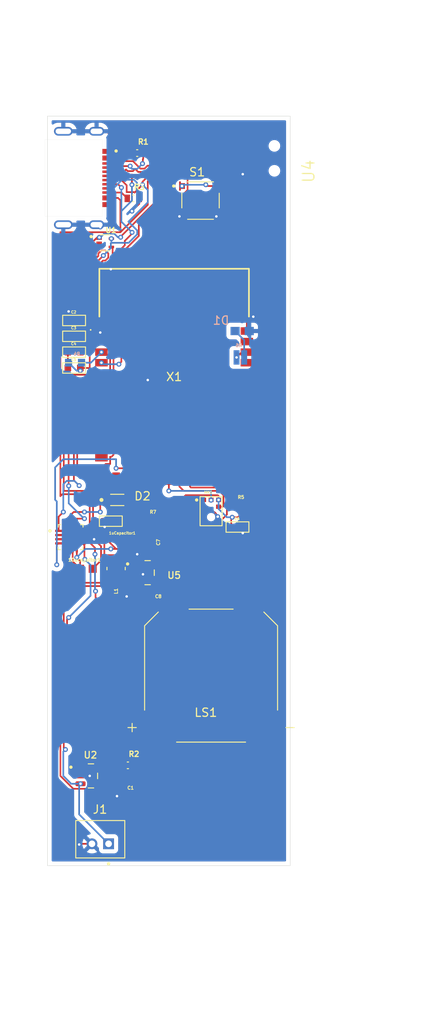
<source format=kicad_pcb>
(kicad_pcb (version 20241229) (generator "pcbnew") (generator_version "9.0")
  (layers (0 "F.Cu" signal) (2 "B.Cu" signal) (13 "F.Paste" user) (15 "B.Paste" user) (5 "F.SilkS" user "F.Silkscreen") (7 "B.SilkS" user "B.Silkscreen") (1 "F.Mask" user) (3 "B.Mask" user) (25 "Edge.Cuts" user))
  (net 0 "")
  (net 1 "GND")
  (net 2 "+3V3")
  (net 3 "+5V")
  (net 4 "VBAT")
  (net 5 "Net-(D1-Pad2)")
  (net 6 "Net-(D2-PadA)")
  (net 7 "Net-(J2-CC1)")
  (net 9 "Net-(J2-CC2)")
  (net 11 "Net-(U5-SW)")
  (net 12 "SPK_P")
  (net 13 "SPK_N")
  (net 14 "I2S_MIC_SCK")
  (net 15 "I2S_MIC_WS")
  (net 16 "I2S_MIC_SD")
  (net 17 "Net-(U2-PROG)")
  (net 18 "Net-(X1-EN)")
  (net 19 "Net-(X1-IO0)")
  (net 20 "LED_RED_CTRL")
  (net 21 "LED_BLUE_CTRL")
  (net 22 "SWITCH_BUTTON")
  (net 25 "AMP_SHUTDOWN")
  (net 26 "I2S_AMP_BCLK")
  (net 27 "I2S_AMP_DIN")
  (net 28 "I2S_AMP_LRC")
  (net 29 "SWITCH_STATE")
  (net 52 "USB_N")
  (net 53 "USB_P")
  (footprint "mods:SOTFL50P160X60-5N" (layer "F.Cu") (at 38.065 50.165)
    (property "Reference" "U1")
    (property "Value" "ESD protection")
  )
  (footprint "mods:CAPC1608X95N" (layer "F.Cu") (at 42.545 92.71 180)
    (property "Reference" "C8")
    (property "Value" "10µF")
  )
  (footprint "mods:RESC1608X55N" (layer "F.Cu") (at 54.61 81.819)
    (property "Reference" "R5")
    (property "Value" "10k")
  )
  (footprint "mods:WCAP-CSGP_0603_R" (layer "F.Cu") (at 34.315 59.51)
    (property "Reference" "C2")
    (property "Value" "1uF")
  )
  (footprint "mods:RES_ERA3ARB512V" (layer "F.Cu") (at 41.44 44.82)
    (property "Reference" "R3")
    (property "Value" "5.1k")
  )
  (footprint "mods:INDC2520X120N" (layer "F.Cu") (at 39.37 89.355 90)
    (property "Reference" "L1")
    (property "Value" "2.2µH")
  )
  (footprint "mods:RESC0816X55N" (layer "F.Cu") (at 41.91 83.185)
    (property "Reference" "R7")
    (property "Value" "220 ohms")
  )
  (footprint "mods:LEDC1608X65N" (layer "F.Cu") (at 39.51 81.1)
    (property "Reference" "D2")
    (property "Value" "LED Blue Light")
  )
  (footprint "mods:WCAP-CSGP_0603_R" (layer "F.Cu") (at 53.975 84.359)
    (property "Reference" "C6")
    (property "Value" "1UF")
  )
  (footprint "mods:PCM12SMTR" (layer "F.Cu") (at 58.42 40.005 90)
    (property "Reference" "U4")
    (property "Value" "Manual Switch")
  )
  (footprint "mods:CAPC1608X100N" (layer "F.Cu") (at 42.545 86.509 -90)
    (property "Reference" "C7")
    (property "Value" "22µF")
  )
  (footprint "mods:JST_B2B-PH-K-S_LF__SN_" (layer "F.Cu") (at 37.465 121.92)
    (property "Reference" "J1")
    (property "Value" "Battery Connector")
  )
  (footprint "mods:WCAP-CSGP_0603_R" (layer "F.Cu") (at 34.315 63.32)
    (property "Reference" "C4")
    (property "Value" "1uF")
  )
  (footprint "mods:SW_TL3315NF160Q" (layer "F.Cu") (at 49.53 45.085)
    (property "Reference" "S1")
    (property "Value" "Switch Button")
  )
  (footprint "mods:TE_2340901-1" (layer "F.Cu") (at 33.02 42.36825 -90)
    (property "Reference" "J2" (hide yes))
    (property "Value" "USB C Port" (hide yes))
    (fp_line (start -4.62 2.2) (end -4.62 -4.7) (stroke (width 0.01)) (layer "Edge.Cuts"))
    (fp_line (start 4.62 2.2) (end -4.62 2.2) (stroke (width 0.01)) (layer "Edge.Cuts"))
    (fp_line (start -4.62 -4.7) (end 4.62 -4.7) (stroke (width 0.01)) (layer "Edge.Cuts"))
    (fp_line (start 4.62 -4.7) (end 4.62 2.2) (stroke (width 0.01)) (layer "Edge.Cuts"))
  )
  (footprint "mods:WCAP-CSGP_0603_R" (layer "F.Cu") (at 38.735 83.655)
    (property "Reference" "1uCapacitor1")
    (property "Value" "1uF")
  )
  (footprint "mods:WCAP-CSGP_0603_R" (layer "F.Cu") (at 34.315 61.415)
    (property "Reference" "C3")
    (property "Value" "1uF")
  )
  (footprint "mods:MIC_ICS-43434" (layer "F.Cu") (at 50.8 82.454)
    (property "Reference" "MK1")
    (property "Value" "Microphone")
  )
  (footprint "mods:QFN50P300X300X80-17N" (layer "F.Cu") (at 33.891135 85.573865)
    (property "Reference" "U3" (hide yes))
    (property "Value" "Amplifier")
  )
  (footprint "mods:SPKR_KDMG151508-05" (layer "F.Cu") (at 50.8 102.235)
    (property "Reference" "LS1")
    (property "Value" "Speaker")
  )
  (footprint "mods:WCAP-CSGP_0603_R" (layer "F.Cu") (at 34.315 65.225)
    (property "Reference" "C5")
    (property "Value" "1uF")
  )
  (footprint "mods:CAPC1608X95N" (layer "F.Cu") (at 35.796135 89.383865)
    (property "Reference" "10ucapaitor1")
    (property "Value" "10uF")
  )
  (footprint "mods:RES_ERA3ARB512V" (layer "F.Cu") (at 41.91 39.37)
    (property "Reference" "R1")
    (property "Value" "5.1k")
  )
  (footprint "mods:RES_ERA3ARB512V" (layer "F.Cu") (at 40.789 113.03)
    (property "Reference" "R2")
    (property "Value" "5.1k")
  )
  (footprint "mods:SOT95P280X145-5N" (layer "F.Cu") (at 43.165 89.85)
    (property "Reference" "U5")
    (property "Value" "Buck Converter")
  )
  (footprint "mods:SOT95P280X145-5N" (layer "F.Cu") (at 36.344 114.3)
    (property "Reference" "U2")
    (property "Value" "charge management controller")
  )
  (footprint "mods:CAPC1608X100N" (layer "F.Cu") (at 41.424 116.84)
    (property "Reference" "C1")
    (property "Value" "4.7uF")
  )
  (footprint "mods:ESP32S3WROOM1N8R2" (layer "F.Cu") (at 46.355 66.04)
    (property "Reference" "X1")
    (property "Value" "Microcontroller")
    (property "VALUE" "ESP32-S3-WROOM-1-N16R8" (hide yes))
  )
  (footprint "mods:0603" (layer "B.Cu") (at 54.538938 60.78 180)
    (property "Reference" "D1")
    (property "Value" "LED Red Light")
  )
  (footprint "mods:RESC1608X55N" (layer "B.Cu") (at 34.43 64.59 180)
    (property "Reference" "R4")
    (property "Value" "10k")
  )
  (footprint "mods:RESC0816X55N" (layer "B.Cu") (at 54.323938 63.955 180)
    (property "Reference" "R6")
    (property "Value" "220 Ohms")
  )
  (gr_rect (start 31.115 34.925) (end 60.325 125.095) (stroke (width 0.05)) (fill no) (layer "Edge.Cuts"))
  (segment (start 37.605 60.78) (end 37.605 60.82) (width 0.2) (layer "F.Cu") (net 1))
  (segment (start 33.641135 84.138865) (end 33.641135 85.323865) (width 0.2) (layer "F.Cu") (net 1))
  (segment (start 41.185 39.37) (end 40.41 39.37) (width 0.2) (layer "F.Cu") (net 1))
  (segment (start 38.956 37.499308) (end 38.956 39.16825) (width 0.2) (layer "F.Cu") (net 1))
  (segment (start 34.141135 85.323865) (end 33.891135 85.573865) (width 0.2) (layer "F.Cu") (net 1))
  (segment (start 35.089 114.3) (end 36.195 114.3) (width 0.2) (layer "F.Cu") (net 1))
  (segment (start 37.985 84.34) (end 37.993235 84.348235) (width 0.2) (layer "F.Cu") (net 1))
  (segment (start 43.455 67.1) (end 43.455 66.95) (width 0.2) (layer "F.Cu") (net 1))
  (segment (start 56.67 42.255) (end 54.955 42.255) (width 0.2) (layer "F.Cu") (net 1))
  (segment (start 38.37175 47.98825) (end 38.956 47.404) (width 0.2) (layer "F.Cu") (net 1))
  (segment (start 50.7845 83.837) (end 50.620058 83.837) (width 0.2) (layer "F.Cu") (net 1))
  (segment (start 51.59 46.835) (end 51.435 46.99) (width 0.2) (layer "F.Cu") (net 1))
  (segment (start 38.75 81.1) (end 38.75 82.89) (width 0.2) (layer "F.Cu") (net 1))
  (segment (start 37.985 83.655) (end 37.985 84.34) (width 0.2) (layer "F.Cu") (net 1))
  (segment (start 51.598228 83.395196) (end 51.598228 83.113769) (width 0.2) (layer "F.Cu") (net 1))
  (segment (start 51.76 46.835) (end 51.59 46.835) (width 0.2) (layer "F.Cu") (net 1))
  (segment (start 36.215335 85.323865) (end 36.723235 85.831765) (width 0.2) (layer "F.Cu") (net 1))
  (segment (start 33.565 58.51) (end 33.655 58.42) (width 0.2) (layer "F.Cu") (net 1))
  (segment (start 33.565 59.51) (end 33.565 58.51) (width 0.2) (layer "F.Cu") (net 1))
  (segment (start 39.58353 116.84) (end 39.476765 116.733235) (width 0.2) (layer "F.Cu") (net 1))
  (segment (start 32.456135 85.323865) (end 33.641135 85.323865) (width 0.2) (layer "F.Cu") (net 1))
  (segment (start 35.326135 85.323865) (end 34.141135 85.323865) (width 0.2) (layer "F.Cu") (net 1))
  (segment (start 40.064 113.03) (end 40.064 116.146) (width 0.2) (layer "F.Cu") (net 1))
  (segment (start 35.01 122.47) (end 34.925 122.555) (width 0.2) (layer "F.Cu") (net 1))
  (segment (start 46.255 68.5) (end 43.455 68.5) (width 0.2) (layer "F.Cu") (net 1))
  (segment (start 41.91 89.85) (end 42.407377 89.85) (width 0.2) (layer "F.Cu") (net 1))
  (segment (start 43.455 66.95) (end 43.18 66.675) (width 0.2) (layer "F.Cu") (net 1))
  (segment (start 42.407377 89.85) (end 42.604086 90.046709) (width 0.2) (layer "F.Cu") (net 1))
  (segment (start 43.455 69.9) (end 46.255 69.9) (width 0.2) (layer "F.Cu") (net 1))
  (segment (start 55.105 59.83) (end 55.88 59.055) (width 0.2) (layer "F.Cu") (net 1))
  (segment (start 54.725 84.359) (end 54.725 84.975) (width 0.2) (layer "F.Cu") (net 1))
  (segment (start 32.456135 85.823865) (end 33.641135 85.823865) (width 0.2) (layer "F.Cu") (net 1))
  (segment (start 33.641135 85.323865) (end 33.891135 85.573865) (width 0.2) (layer "F.Cu") (net 1))
  (segment (start 42.247 87.293) (end 41.91 87.63) (width 0.2) (layer "F.Cu") (net 1))
  (segment (start 41.79 92.71) (end 40.64 92.71) (width 0.2) (layer "F.Cu") (net 1))
  (segment (start 37.655 47.98825) (end 38.37175 47.98825) (width 0.2) (layer "F.Cu") (net 1))
  (segment (start 36.551135 89.383865) (end 37.558 88.377) (width 0.2) (layer "F.Cu") (net 1))
  (segment (start 40.41 39.37) (end 40.20825 39.16825) (width 0.2) (layer "F.Cu") (net 1))
  (segment (start 38.956 47.404) (end 38.956 45.56825) (width 0.2) (layer "F.Cu") (net 1))
  (segment (start 35.326135 85.323865) (end 36.215335 85.323865) (width 0.2) (layer "F.Cu") (net 1))
  (segment (start 38.95 50.815) (end 38.95 53.125) (width 0.2) (layer "F.Cu") (net 1))
  (segment (start 37.605 60.82) (end 37.465 60.96) (width 0.2) (layer "F.Cu") (net 1))
  (segment (start 44.855 69.9) (end 44.855 67.1) (width 0.2) (layer "F.Cu") (net 1))
  (segment (start 51.156424 83.837) (end 51.598228 83.395196) (width 0.2) (layer "F.Cu") (net 1))
  (segment (start 37.558 86.66653) (end 36.723235 85.831765) (width 0.2) (layer "F.Cu") (net 1))
  (segment (start 40.005 116.84) (end 39.58353 116.84) (width 0.2) (layer "F.Cu") (net 1))
  (segment (start 43.455 67.1) (end 46.255 67.1) (width 0.2) (layer "F.Cu") (net 1))
  (segment (start 42.165 45.465) (end 41.275 46.355) (width 0.2) (layer "F.Cu") (net 1))
  (segment (start 37.558 88.377) (end 37.558 86.66653) (width 0.2) (layer "F.Cu") (net 1))
  (segment (start 40.20825 39.16825) (end 38.956 39.16825) (width 0.2) (layer "F.Cu") (net 1))
  (segment (start 41.185 38.953308) (end 41.185 39.37) (width 0.2) (layer "F.Cu") (net 1))
  (segment (start 42.165 44.82) (end 42.28 44.82) (width 0.2) (layer "F.Cu") (net 1))
  (segment (start 38.75 82.89) (end 37.985 83.655) (width 0.2) (layer "F.Cu") (net 1))
  (segment (start 47.3 46.835) (end 47.145 46.835) (width 0.2) (layer "F.Cu") (net 1))
  (segment (start 47.145 46.835) (end 46.99 46.99) (width 0.2) (layer "F.Cu") (net 1))
  (segment (start 33.565 65.225) (end 33.565 59.51) (width 0.2) (layer "F.Cu") (net 1))
  (segment (start 36.465 122.47) (end 35.01 122.47) (width 0.2) (layer "F.Cu") (net 1))
  (segment (start 42.545 87.293) (end 42.247 87.293) (width 0.2) (layer "F.Cu") (net 1))
  (segment (start 50.620058 83.837) (end 49.9 83.116942) (width 0.2) (layer "F.Cu") (net 1))
  (segment (start 38.95 53.125) (end 38.735 53.34) (width 0.2) (layer "F.Cu") (net 1))
  (segment (start 42.165 44.82) (end 42.165 45.465) (width 0.2) (layer "F.Cu") (net 1))
  (segment (start 49.9 83.116942) (end 49.9 81.915) (width 0.2) (layer "F.Cu") (net 1))
  (segment (start 37.655 36.74825) (end 38.204942 36.74825) (width 0.2) (layer "F.Cu") (net 1))
  (segment (start 38.204942 36.74825) (end 38.956 37.499308) (width 0.2) (layer "F.Cu") (net 1))
  (segment (start 37.655 47.98825) (end 37.655 48.07) (width 0.2) (layer "F.Cu") (net 1))
  (segment (start 54.725 84.975) (end 54.61 85.09) (width 0.2) (layer "F.Cu") (net 1))
  (segment (start 38.8 50.665) (end 38.95 50.815) (width 0.2) (layer "F.Cu") (net 1))
  (segment (start 37.655 48.07) (end 37.465 48.26) (width 0.2) (layer "F.Cu") (net 1))
  (segment (start 40.64 116.84) (end 40.005 116.84) (width 0.2) (layer "F.Cu") (net 1))
  (segment (start 50.7845 83.837) (end 51.156424 83.837) (width 0.2) (layer "F.Cu") (net 1))
  (segment (start 33.641135 85.823865) (end 33.891135 85.573865) (width 0.2) (layer "F.Cu") (net 1))
  (segment (start 54.955 42.255) (end 54.61 41.91) (width 0.2) (layer "F.Cu") (net 1))
  (segment (start 40.064 116.146) (end 39.476765 116.733235) (width 0.2) (layer "F.Cu") (net 1))
  (segment (start 55.105 60.78) (end 55.105 59.83) (width 0.2) (layer "F.Cu") (net 1))
  (via (at 46.99 46.99) (size 0.6) (drill 0.3) (layers "F.Cu" "B.Cu") (net 1))
  (via (at 51.435 46.99) (size 0.6) (drill 0.3) (layers "F.Cu" "B.Cu") (net 1))
  (via (at 36.195 114.3) (size 0.6) (drill 0.3) (layers "F.Cu" "B.Cu") (net 1))
  (via (at 55.88 59.055) (size 0.6) (drill 0.3) (layers "F.Cu" "B.Cu") (net 1))
  (via (at 34.925 122.555) (size 0.6) (drill 0.3) (layers "F.Cu" "B.Cu") (net 1))
  (via (at 41.91 87.63) (size 0.6) (drill 0.3) (layers "F.Cu" "B.Cu") (net 1))
  (via (at 36.723235 85.831765) (size 0.6) (drill 0.3) (layers "F.Cu" "B.Cu") (net 1))
  (via (at 51.598228 83.113769) (size 0.6) (drill 0.3) (layers "F.Cu" "B.Cu") (net 1))
  (via (at 54.61 85.09) (size 0.6) (drill 0.3) (layers "F.Cu" "B.Cu") (net 1))
  (via (at 54.61 41.91) (size 0.6) (drill 0.3) (layers "F.Cu" "B.Cu") (net 1))
  (via (at 37.465 48.26) (size 0.6) (drill 0.3) (layers "F.Cu" "B.Cu") (net 1))
  (via (at 40.64 92.71) (size 0.6) (drill 0.3) (layers "F.Cu" "B.Cu") (net 1))
  (via (at 37.993235 84.348235) (size 0.6) (drill 0.3) (layers "F.Cu" "B.Cu") (net 1))
  (via (at 38.735 53.34) (size 0.6) (drill 0.3) (layers "F.Cu" "B.Cu") (net 1))
  (via (at 33.655 58.42) (size 0.6) (drill 0.3) (layers "F.Cu" "B.Cu") (net 1))
  (via (at 37.465 60.96) (size 0.6) (drill 0.3) (layers "F.Cu" "B.Cu") (net 1))
  (via (at 42.604086 90.046709) (size 0.6) (drill 0.3) (layers "F.Cu" "B.Cu") (net 1))
  (via (at 41.275 46.355) (size 0.6) (drill 0.3) (layers "F.Cu" "B.Cu") (net 1))
  (via (at 43.18 66.675) (size 0.6) (drill 0.3) (layers "F.Cu" "B.Cu") (net 1))
  (via (at 39.476765 116.733235) (size 0.6) (drill 0.3) (layers "F.Cu" "B.Cu") (net 1))
  (segment (start 34.925 51.435) (end 34.925 52.07) (width 0.2) (layer "B.Cu") (net 1))
  (segment (start 41.523943 42.579) (end 40.094307 42.579) (width 0.2) (layer "B.Cu") (net 1))
  (segment (start 35.56 53.34) (end 34.925 52.705) (width 0.2) (layer "B.Cu") (net 1))
  (segment (start 38.956 43.717307) (end 38.956 47.237192) (width 0.2) (layer "B.Cu") (net 1))
  (segment (start 33.655 36.74825) (end 37.655 36.74825) (width 0.2) (layer "B.Cu") (net 1))
  (segment (start 41.876 45.754) (end 41.876 42.931057) (width 0.2) (layer "B.Cu") (net 1))
  (segment (start 38.204942 47.98825) (end 37.655 47.98825) (width 0.2) (layer "B.Cu") (net 1))
  (segment (start 38.956 47.237192) (end 38.204942 47.98825) (width 0.2) (layer "B.Cu") (net 1))
  (segment (start 34.925 52.705) (end 34.925 51.435) (width 0.2) (layer "B.Cu") (net 1))
  (segment (start 41.876 42.931057) (end 41.523943 42.579) (width 0.2) (layer "B.Cu") (net 1))
  (segment (start 38.735 53.34) (end 35.56 53.34) (width 0.2) (layer "B.Cu") (net 1))
  (segment (start 37.465 60.96) (end 38.1 60.96) (width 0.2) (layer "B.Cu") (net 1))
  (segment (start 40.094307 42.579) (end 38.956 43.717307) (width 0.2) (layer "B.Cu") (net 1))
  (segment (start 46.99 46.99) (end 47.625 46.99) (width 0.2) (layer "B.Cu") (net 1))
  (segment (start 41.275 46.355) (end 41.876 45.754) (width 0.2) (layer "B.Cu") (net 1))
  (segment (start 36.723235 85.831765) (end 36.83 85.725) (width 0.2) (layer "B.Cu") (net 1))
  (segment (start 37.655 47.98825) (end 38.451939 47.98825) (width 0.2) (layer "B.Cu") (net 1))
  (segment (start 55.39 81.819) (end 54.024 83.185) (width 0.2) (layer "F.Cu") (net 2))
  (segment (start 34.641135 87.008865) (end 34.641135 88.019237) (width 0.2) (layer "F.Cu") (net 2))
  (segment (start 58.156 37.094) (end 57.785 37.465) (width 0.2) (layer "F.Cu") (net 2))
  (segment (start 34.141135 87.008865) (end 34.141135 88.483865) (width 0.2) (layer "F.Cu") (net 2))
  (segment (start 34.141135 88.483865) (end 35.041135 89.383865) (width 0.2) (layer "F.Cu") (net 2))
  (segment (start 58.512785 37.465) (end 59.221 38.173215) (width 0.2) (layer "F.Cu") (net 2))
  (segment (start 56.754 35.554) (end 58.156 35.554) (width 0.2) (layer "F.Cu") (net 2))
  (segment (start 54.024 83.185) (end 53.34 83.185) (width 0.2) (layer "F.Cu") (net 2))
  (segment (start 34.641135 88.019237) (end 35.041135 88.419237) (width 0.2) (layer "F.Cu") (net 2))
  (segment (start 39.914974 49.434778) (end 46.629 42.720752) (width 0.2) (layer "F.Cu") (net 2))
  (segment (start 37.314248 49.296) (end 37.546248 49.296) (width 0.2) (layer "F.Cu") (net 2))
  (segment (start 36.015 65.225) (end 36.195 65.405) (width 0.2) (layer "F.Cu") (net 2))
  (segment (start 36.195 62.865) (end 36.195 62.51) (width 0.2) (layer "F.Cu") (net 2))
  (segment (start 36.015 59.51) (end 36.195 59.69) (width 0.2) (layer "F.Cu") (net 2))
  (segment (start 36.655 62.05) (end 37.605 62.05) (width 0.2) (layer "F.Cu") (net 2))
  (segment (start 36.596 81.1139) (end 36.596 84.221) (width 0.2) (layer "F.Cu") (net 2))
  (segment (start 35.065 59.51) (end 36.015 59.51) (width 0.2) (layer "F.Cu") (net 2))
  (segment (start 36.195 65.405) (end 36.195 63.5) (width 0.2) (layer "F.Cu") (net 2))
  (segment (start 36.015 63.32) (end 36.195 63.5) (width 0.2) (layer "F.Cu") (net 2))
  (segment (start 46.629 42.720752) (end 46.629 40.933) (width 0.2) (layer "F.Cu") (net 2))
  (segment (start 36.195 61.595) (end 36.195 62.865) (width 0.2) (layer "F.Cu") (net 2))
  (segment (start 36.015 61.415) (end 36.195 61.595) (width 0.2) (layer "F.Cu") (net 2))
  (segment (start 36.195 50.415248) (end 37.314248 49.296) (width 0.2) (layer "F.Cu") (net 2))
  (segment (start 38.985 84.205) (end 37.7825 85.4075) (width 0.2) (layer "F.Cu") (net 2))
  (segment (start 36.195 59.69) (end 36.195 61.595) (width 0.2) (layer "F.Cu") (net 2))
  (segment (start 37.546248 49.296) (end 37.622624 49.372376) (width 0.2) (layer "F.Cu") (net 2))
  (segment (start 58.156 35.554) (end 58.156 37.094) (width 0.2) (layer "F.Cu") (net 2))
  (segment (start 51.7 81.093) (end 51.7 80.632) (width 0.2) (layer "F.Cu") (net 2))
  (segment (start 44.42 88.9) (end 44.42 87.6) (width 0.2) (layer "F.Cu") (net 2))
  (segment (start 36.195 65.405) (end 36.195 66.04) (width 0.2) (layer "F.Cu") (net 2))
  (segment (start 46.629 40.933) (end 50.458 37.104) (width 0.2) (layer "F.Cu") (net 2))
  (segment (start 41.91 85.725) (end 42.545 85.725) (width 0.2) (layer "F.Cu") (net 2))
  (segment (start 36.195 52.07) (end 36.195 50.415248) (width 0.2) (layer "F.Cu") (net 2))
  (segment (start 36.195 63.5) (end 36.195 62.865) (width 0.2) (layer "F.Cu") (net 2))
  (segment (start 39.914974 49.494378) (end 39.914974 49.434778) (width 0.2) (layer "F.Cu") (net 2))
  (segment (start 36.195 62.51) (end 36.655 62.05) (width 0.2) (layer "F.Cu") (net 2))
  (segment (start 36.945248 49.665) (end 36.195 50.415248) (width 0.2) (layer "F.Cu") (net 2))
  (segment (start 35.065 65.225) (end 36.015 65.225) (width 0.2) (layer "F.Cu") (net 2))
  (segment (start 51.599 80.531) (end 47.739 80.531) (width 0.2) (layer "F.Cu") (net 2))
  (segment (start 36.195 66.04) (end 33.0695 66.04) (width 0.2) (layer "F.Cu") (net 2))
  (segment (start 36.195 52.07) (end 36.195 59.69) (width 0.2) (layer "F.Cu") (net 2))
  (segment (start 59.221 38.836785) (end 58.687785 39.37) (width 0.2) (layer "F.Cu") (net 2))
  (segment (start 39.37 88.265) (end 40.64 86.995) (width 0.2) (layer "F.Cu") (net 2))
  (segment (start 35.065 63.32) (end 36.015 63.32) (width 0.2) (layer "F.Cu") (net 2))
  (segment (start 33.0695 80.01) (end 35.4921 80.01) (width 0.2) (layer "F.Cu") (net 2))
  (segment (start 35.4921 80.01) (end 36.596 81.1139) (width 0.2) (layer "F.Cu") (net 2))
  (segment (start 44.42 87.6) (end 42.545 85.725) (width 0.2) (layer "F.Cu") (net 2))
  (segment (start 56.515 37.104) (end 56.515 35.793) (width 0.2) (layer "F.Cu") (net 2))
  (segment (start 56.785 39.37) (end 56.67 39.255) (width 0.2) (layer "F.Cu") (net 2))
  (segment (start 33.0695 66.04) (end 33.0695 80.01) (width 0.2) (layer "F.Cu") (net 2))
  (segment (start 53.225 83.3) (end 53.34 83.185) (width 0.2) (layer "F.Cu") (net 2))
  (segment (start 40.64 86.995) (end 39.37 86.995) (width 0.2) (layer "F.Cu") (net 2))
  (segment (start 38.985 84.205) (end 38.985 84.155) (width 0.2) (layer "F.Cu") (net 2))
  (segment (start 47.739 80.531) (end 42.545 85.725) (width 0.2) (layer "F.Cu") (net 2))
  (segment (start 39.37 86.995) (end 37.7825 85.4075) (width 0.2) (layer "F.Cu") (net 2))
  (segment (start 38.985 84.155) (end 39.485 83.655) (width 0.2) (layer "F.Cu") (net 2))
  (segment (start 35.065 61.415) (end 36.015 61.415) (width 0.2) (layer "F.Cu") (net 2))
  (segment (start 56.515 35.793) (end 56.754 35.554) (width 0.2) (layer "F.Cu") (net 2))
  (segment (start 53.225 84.359) (end 53.225 83.3) (width 0.2) (layer "F.Cu") (net 2))
  (segment (start 50.458 37.104) (end 56.515 37.104) (width 0.2) (layer "F.Cu") (net 2))
  (segment (start 35.041135 89.383865) (end 35.041135 88.419237) (width 0.2) (layer "F.Cu") (net 2))
  (segment (start 40.64 86.995) (end 41.91 85.725) (width 0.2) (layer "F.Cu") (net 2))
  (segment (start 36.596 84.221) (end 37.7825 85.4075) (width 0.2) (layer "F.Cu") (net 2))
  (segment (start 37.33 49.665) (end 37.622624 49.372376) (width 0.2) (layer "F.Cu") (net 2))
  (segment (start 58.687785 39.37) (end 56.785 39.37) (width 0.2) (layer "F.Cu") (net 2))
  (segment (start 39.37 86.995) (end 38.735 86.995) (width 0.2) (layer "F.Cu") (net 2))
  (segment (start 51.7 80.632) (end 51.599 80.531) (width 0.2) (layer "F.Cu") (net 2))
  (segment (start 57.785 37.465) (end 58.512785 37.465) (width 0.2) (layer "F.Cu") (net 2))
  (segment (start 37.33 49.665) (end 36.945248 49.665) (width 0.2) (layer "F.Cu") (net 2))
  (segment (start 59.221 38.173215) (end 59.221 38.836785) (width 0.2) (layer "F.Cu") (net 2))
  (via (at 39.914974 49.494378) (size 0.6) (drill 0.3) (layers "F.Cu" "B.Cu") (net 2))
  (via (at 34.641135 88.019237) (size 0.6) (drill 0.3) (layers "F.Cu" "B.Cu") (net 2))
  (via (at 37.357287 49.515) (size 0.6) (drill 0.3) (layers "F.Cu" "B.Cu") (net 2))
  (via (at 51.7 81.093) (size 0.6) (drill 0.3) (layers "F.Cu" "B.Cu") (net 2))
  (via (at 35.065 65.555002) (size 0.6) (drill 0.3) (layers "F.Cu" "B.Cu") (net 2))
  (via (at 53.34 83.185) (size 0.6) (drill 0.3) (layers "F.Cu" "B.Cu") (net 2))
  (via (at 38.735 86.995) (size 0.6) (drill 0.3) (layers "F.Cu" "B.Cu") (net 2))
  (segment (start 37.45 49.515) (end 37.357287 49.515) (width 0.2) (layer "B.Cu") (net 2))
  (segment (start 34.615002 65.555002) (end 35.065 65.555002) (width 0.2) (layer "B.Cu") (net 2))
  (segment (start 51.7 82.18) (end 51.7 81.093) (width 0.2) (layer "B.Cu") (net 2))
  (segment (start 35.665372 86.995) (end 34.641135 88.019237) (width 0.2) (layer "B.Cu") (net 2))
  (segment (start 37.931 49.064) (end 37.465 49.53) (width 0.2) (layer "B.Cu") (net 2))
  (segment (start 39.914974 49.494378) (end 39.580901 49.494378) (width 0.2) (layer "B.Cu") (net 2))
  (segment (start 52.705 83.185) (end 51.7 82.18) (width 0.2) (layer "B.Cu") (net 2))
  (segment (start 39.580901 49.494378) (end 39.150523 49.064) (width 0.2) (layer "B.Cu") (net 2))
  (segment (start 33.65 64.59) (end 34.615002 65.555002) (width 0.2) (layer "B.Cu") (net 2))
  (segment (start 38.735 86.995) (end 35.665372 86.995) (width 0.2) (layer "B.Cu") (net 2))
  (segment (start 53.34 83.185) (end 52.705 83.185) (width 0.2) (layer "B.Cu") (net 2))
  (segment (start 39.150523 49.064) (end 37.931 49.064) (width 0.2) (layer "B.Cu") (net 2))
  (segment (start 37.465 49.53) (end 37.45 49.515) (width 0.2) (layer "B.Cu") (net 2))
  (segment (start 39.887652 45.048902) (end 39.607 44.76825) (width 0.2) (layer "F.Cu") (net 3))
  (segment (start 36.195 84.455) (end 37.959 86.219) (width 0.2) (layer "F.Cu") (net 3))
  (segment (start 39.887652 48.895) (end 32.6685 48.895) (width 0.2) (layer "F.Cu") (net 3))
  (segment (start 41.397057 40.342) (end 40.005 40.342) (width 0.2) (layer "F.Cu") (net 3))
  (segment (start 43.18 42.756) (end 43.604 42.756) (width 0.2) (layer "F.Cu") (net 3))
  (segment (start 43.18 45.602652) (end 43.18 42.756) (width 0.2) (layer "F.Cu") (net 3))
  (segment (start 33.46415 91.06375) (end 32.6685 91.8594) (width 0.2) (layer "F.Cu") (net 3))
  (segment (start 32.6685 80.645) (end 32.9025 80.411) (width 0.2) (layer "F.Cu") (net 3))
  (segment (start 32.9025 80.411) (end 35.326 80.411) (width 0.2) (layer "F.Cu") (net 3))
  (segment (start 37.959 86.219) (end 37.959 91.06375) (width 0.2) (layer "F.Cu") (net 3))
  (segment (start 38.96675 40.005) (end 38.956 39.99425) (width 0.2) (layer "F.Cu") (net 3))
  (segment (start 32.6685 114.3) (end 34.2145 115.846) (width 0.2) (layer "F.Cu") (net 3))
  (segment (start 36.195 81.28) (end 36.195 84.455) (width 0.2) (layer "F.Cu") (net 3))
  (segment (start 40.005 40.005) (end 38.96675 40.005) (width 0.2) (layer "F.Cu") (net 3))
  (segment (start 40.938 118.11) (end 42.208 116.84) (width 0.2) (layer "F.Cu") (net 3))
  (segment (start 34.2145 115.846) (end 37.003 115.846) (width 0.2) (layer "F.Cu") (net 3))
  (segment (start 37.003 115.846) (end 37.599 115.25) (width 0.2) (layer "F.Cu") (net 3))
  (segment (start 35.326 80.411) (end 36.195 81.28) (width 0.2) (layer "F.Cu") (net 3))
  (segment (start 39.607 44.76825) (end 38.956 44.76825) (width 0.2) (layer "F.Cu") (net 3))
  (segment (start 32.6685 48.895) (end 32.6685 80.645) (width 0.2) (layer "F.Cu") (net 3))
  (segment (start 32.6685 91.8594) (end 32.6685 114.3) (width 0.2) (layer "F.Cu") (net 3))
  (segment (start 37.599 115.25) (end 37.599 115.704) (width 0.2) (layer "F.Cu") (net 3))
  (segment (start 37.959 91.06375) (end 33.46415 91.06375) (width 0.2) (layer "F.Cu") (net 3))
  (segment (start 38.956 39.99425) (end 38.956 39.96825) (width 0.2) (layer "F.Cu") (net 3))
  (segment (start 39.887652 48.895) (end 43.18 45.602652) (width 0.2) (layer "F.Cu") (net 3))
  (segment (start 43.146 40.888943) (end 42.793943 41.241) (width 0.2) (layer "F.Cu") (net 3))
  (segment (start 40.005 40.342) (end 40.005 40.005) (width 0.2) (layer "F.Cu") (net 3))
  (segment (start 42.793943 41.241) (end 42.296057 41.241) (width 0.2) (layer "F.Cu") (net 3))
  (segment (start 39.887652 48.895) (end 39.887652 45.048902) (width 0.2) (layer "F.Cu") (net 3))
  (segment (start 37.599 115.704) (end 40.005 118.11) (width 0.2) (layer "F.Cu") (net 3))
  (segment (start 43.604 42.756) (end 44.45 41.91) (width 0.2) (layer "F.Cu") (net 3))
  (segment (start 43.428943 40.888943) (end 43.146 40.888943) (width 0.2) (layer "F.Cu") (net 3))
  (segment (start 42.296057 41.241) (end 41.397057 40.342) (width 0.2) (layer "F.Cu") (net 3))
  (segment (start 44.45 41.91) (end 43.428943 40.888943) (width 0.2) (layer "F.Cu") (net 3))
  (segment (start 40.005 118.11) (end 40.938 118.11) (width 0.2) (layer "F.Cu") (net 3))
  (segment (start 42.52 88.9) (end 44.42 90.8) (width 0.2) (layer "F.Cu") (net 4))
  (segment (start 43.75525 91.46475) (end 33.63025 91.46475) (width 0.2) (layer "F.Cu") (net 4))
  (segment (start 41.91 88.9) (end 42.52 88.9) (width 0.2) (layer "F.Cu") (net 4))
  (segment (start 44.42 91.59) (end 43.3 92.71) (width 0.2) (layer "F.Cu") (net 4))
  (segment (start 44.42 90.8) (end 44.42 91.59) (width 0.2) (layer "F.Cu") (net 4))
  (segment (start 33.63025 91.46475) (end 33.0695 92.0255) (width 0.2) (layer "F.Cu") (net 4))
  (segment (start 33.0695 92.0255) (end 33.0695 110.926) (width 0.2) (layer "F.Cu") (net 4))
  (segment (start 44.42 90.8) (end 43.75525 91.46475) (width 0.2) (layer "F.Cu") (net 4))
  (segment (start 33.0695 110.926) (end 33.2685 111.125) (width 0.2) (layer "F.Cu") (net 4))
  (via (at 33.2685 111.125) (size 0.6) (drill 0.3) (layers "F.Cu" "B.Cu") (net 4))
  (via (at 35.089 115.246) (size 0.6) (drill 0.3) (layers "F.Cu" "B.Cu") (net 4))
  (segment (start 33.02 114.3) (end 33.02 111.3735) (width 0.2) (layer "B.Cu") (net 4))
  (segment (start 38.465 122.47) (end 34.925 118.93) (width 0.2) (layer "B.Cu") (net 4))
  (segment (start 34.925 115.41) (end 35.089 115.246) (width 0.2) (layer "B.Cu") (net 4))
  (segment (start 35.089 115.246) (end 33.966 115.246) (width 0.2) (layer "B.Cu") (net 4))
  (segment (start 34.925 118.93) (end 34.925 115.41) (width 0.2) (layer "B.Cu") (net 4))
  (segment (start 33.966 115.246) (end 33.02 114.3) (width 0.2) (layer "B.Cu") (net 4))
  (segment (start 33.02 111.3735) (end 33.2685 111.125) (width 0.2) (layer "B.Cu") (net 4))
  (segment (start 54.783938 61.875) (end 54.783938 63.955) (width 0.2) (layer "B.Cu") (net 5))
  (segment (start 53.688938 60.78) (end 54.783938 61.875) (width 0.2) (layer "B.Cu") (net 5))
  (segment (start 40.27 82.005) (end 41.45 83.185) (width 0.2) (layer "F.Cu") (net 6))
  (segment (start 40.27 81.1) (end 40.27 82.005) (width 0.2) (layer "F.Cu") (net 6))
  (segment (start 39.005 41.06925) (end 38.956 41.11825) (width 0.2) (layer "F.Cu") (net 7))
  (segment (start 42.59 40.1) (end 42.59 40.595) (width 0.2) (layer "F.Cu") (net 7))
  (segment (start 41.062735 40.942) (end 39.806 40.942) (width 0.2) (layer "F.Cu") (net 7))
  (segment (start 39.806 40.942) (end 39.806 41.06925) (width 0.2) (layer "F.Cu") (net 7))
  (segment (start 42.635 40.055) (end 42.635 39.37) (width 0.2) (layer "F.Cu") (net 7))
  (segment (start 39.806 41.06925) (end 39.005 41.06925) (width 0.2) (layer "F.Cu") (net 7))
  (segment (start 42.59 40.595) (end 42.545 40.64) (width 0.2) (layer "F.Cu") (net 7))
  (segment (start 42.59 40.1) (end 42.635 40.055) (width 0.2) (layer "F.Cu") (net 7))
  (via (at 42.545 40.64) (size 0.6) (drill 0.3) (layers "F.Cu" "B.Cu") (net 7))
  (via (at 41.062735 40.942) (size 0.6) (drill 0.3) (layers "F.Cu" "B.Cu") (net 7))
  (segment (start 41.062735 40.942) (end 41.062735 41.062735) (width 0.2) (layer "B.Cu") (net 7))
  (segment (start 41.275 41.275) (end 41.91 41.275) (width 0.2) (layer "B.Cu") (net 7))
  (segment (start 41.91 41.275) (end 42.545 40.64) (width 0.2) (layer "B.Cu") (net 7))
  (segment (start 41.062735 41.062735) (end 41.275 41.275) (width 0.2) (layer "B.Cu") (net 7))
  (segment (start 40.01325 44.11825) (end 38.956 44.11825) (width 0.2) (layer "F.Cu") (net 9))
  (segment (start 40.715 44.82) (end 40.01325 44.11825) (width 0.2) (layer "F.Cu") (net 9))
  (segment (start 39.37 90.445) (end 41.555 90.445) (width 0.2) (layer "F.Cu") (net 11))
  (segment (start 41.555 90.445) (end 41.91 90.8) (width 0.2) (layer "F.Cu") (net 11))
  (segment (start 35.56 88.192012) (end 35.56 86.55773) (width 0.2) (layer "F.Cu") (net 12))
  (segment (start 35.56 86.55773) (end 35.326135 86.323865) (width 0.2) (layer "F.Cu") (net 12))
  (segment (start 34.2055 108.485) (end 44.55 108.485) (width 0.2) (layer "F.Cu") (net 12))
  (segment (start 33.4705 95.449) (end 33.4705 109.22) (width 0.2) (layer "F.Cu") (net 12))
  (segment (start 35.616263 88.248275) (end 35.56 88.192012) (width 0.2) (layer "F.Cu") (net 12))
  (segment (start 33.6695 95.25) (end 33.4705 95.449) (width 0.2) (layer "F.Cu") (net 12))
  (segment (start 33.4705 109.22) (end 34.2055 108.485) (width 0.2) (layer "F.Cu") (net 12))
  (via (at 35.616263 88.248275) (size 0.6) (drill 0.3) (layers "F.Cu" "B.Cu") (net 12))
  (via (at 33.6695 95.25) (size 0.6) (drill 0.3) (layers "F.Cu" "B.Cu") (net 12))
  (segment (start 33.6695 95.25) (end 36.296186 92.623314) (width 0.2) (layer "B.Cu") (net 12))
  (segment (start 36.296186 92.623314) (end 36.296186 88.928198) (width 0.2) (layer "B.Cu") (net 12))
  (segment (start 36.296186 88.928198) (end 35.616263 88.248275) (width 0.2) (layer "B.Cu") (net 12))
  (segment (start 36.83 86.865888) (end 35.787977 85.823865) (width 0.2) (layer "F.Cu") (net 13))
  (segment (start 54.51 108.485) (end 53.34 108.485) (width 0.2) (layer "F.Cu") (net 13))
  (segment (start 57.05 108.485) (end 53.34 108.485) (width 0.2) (layer "F.Cu") (net 13))
  (segment (start 35.787977 85.823865) (end 35.326135 85.823865) (width 0.2) (layer "F.Cu") (net 13))
  (segment (start 53.34 108.485) (end 53.306186 108.485) (width 0.2) (layer "F.Cu") (net 13))
  (segment (start 52.56 108.485) (end 36.896186 92.821186) (width 0.2) (layer "F.Cu") (net 13))
  (segment (start 54.51 108.485) (end 52.56 108.485) (width 0.2) (layer "F.Cu") (net 13))
  (segment (start 36.83 87.63) (end 36.83 86.865888) (width 0.2) (layer "F.Cu") (net 13))
  (segment (start 36.896186 92.821186) (end 36.896186 92.075) (width 0.2) (layer "F.Cu") (net 13))
  (via (at 36.83 87.63) (size 0.6) (drill 0.3) (layers "F.Cu" "B.Cu") (net 13))
  (via (at 36.896186 92.075) (size 0.6) (drill 0.3) (layers "F.Cu" "B.Cu") (net 13))
  (segment (start 36.896186 92.075) (end 36.83 92.008814) (width 0.2) (layer "B.Cu") (net 13))
  (segment (start 36.83 92.008814) (end 36.83 87.63) (width 0.2) (layer "B.Cu") (net 13))
  (segment (start 46.99 78.54) (end 46.99 79.49) (width 0.2) (layer "F.Cu") (net 14))
  (segment (start 51.78 80.01) (end 52.301 80.531) (width 0.2) (layer "F.Cu") (net 14))
  (segment (start 52.301 81.814) (end 52.2 81.915) (width 0.2) (layer "F.Cu") (net 14))
  (segment (start 52.301 80.531) (end 52.301 81.814) (width 0.2) (layer "F.Cu") (net 14))
  (segment (start 52.2 81.915) (end 51.7 81.915) (width 0.2) (layer "F.Cu") (net 14))
  (segment (start 46.99 79.49) (end 47.51 80.01) (width 0.2) (layer "F.Cu") (net 14))
  (segment (start 47.51 80.01) (end 51.78 80.01) (width 0.2) (layer "F.Cu") (net 14))
  (segment (start 51.265024 84.2955) (end 50.328976 84.2955) (width 0.2) (layer "F.Cu") (net 15))
  (segment (start 52.702 82.858524) (end 51.265024 84.2955) (width 0.2) (layer "F.Cu") (net 15))
  (segment (start 52.702 80.3649) (end 52.702 82.858524) (width 0.2) (layer "F.Cu") (net 15))
  (segment (start 48.26 79.49) (end 48.379 79.609) (width 0.2) (layer "F.Cu") (net 15))
  (segment (start 51.9461 79.609) (end 52.702 80.3649) (width 0.2) (layer "F.Cu") (net 15))
  (segment (start 50.328976 84.2955) (end 49.299 83.265524) (width 0.2) (layer "F.Cu") (net 15))
  (segment (start 48.26 78.54) (end 48.26 79.49) (width 0.2) (layer "F.Cu") (net 15))
  (segment (start 49.4 81.093) (end 49.9 81.093) (width 0.2) (layer "F.Cu") (net 15))
  (segment (start 49.299 83.265524) (end 49.299 81.194) (width 0.2) (layer "F.Cu") (net 15))
  (segment (start 49.299 81.194) (end 49.4 81.093) (width 0.2) (layer "F.Cu") (net 15))
  (segment (start 48.379 79.609) (end 51.9461 79.609) (width 0.2) (layer "F.Cu") (net 15))
  (segment (start 45.72 78.54) (end 45.72 80.01) (width 0.2) (layer "F.Cu") (net 16))
  (via (at 50.8 81.131) (size 0.6) (drill 0.3) (layers "F.Cu" "B.Cu") (net 16))
  (via (at 45.72 80.01) (size 0.6) (drill 0.3) (layers "F.Cu" "B.Cu") (net 16))
  (segment (start 50.8 80.01) (end 50.8 81.131) (width 0.2) (layer "B.Cu") (net 16))
  (segment (start 45.72 80.01) (end 50.8 80.01) (width 0.2) (layer "B.Cu") (net 16))
  (segment (start 38.67 112.279) (end 37.599 113.35) (width 0.2) (layer "F.Cu") (net 17))
  (segment (start 40.763 112.279) (end 38.67 112.279) (width 0.2) (layer "F.Cu") (net 17))
  (segment (start 41.514 113.03) (end 40.763 112.279) (width 0.2) (layer "F.Cu") (net 17))
  (via (at 37.605 63.32) (size 0.6) (drill 0.3) (layers "F.Cu" "B.Cu") (net 18))
  (segment (start 36.335 64.59) (end 37.605 63.32) (width 0.2) (layer "B.Cu") (net 18))
  (segment (start 35.21 64.59) (end 36.335 64.59) (width 0.2) (layer "B.Cu") (net 18))
  (segment (start 55.105 80.544) (end 55.105 77.29) (width 0.2) (layer "F.Cu") (net 19))
  (segment (start 53.83 81.819) (end 55.105 80.544) (width 0.2) (layer "F.Cu") (net 19))
  (segment (start 54.498938 63.32) (end 53.863938 63.955) (width 0.2) (layer "F.Cu") (net 20))
  (segment (start 55.105 63.32) (end 54.498938 63.32) (width 0.2) (layer "F.Cu") (net 20))
  (via (at 53.863938 63.955) (size 0.6) (drill 0.3) (layers "F.Cu" "B.Cu") (net 20))
  (segment (start 42.37 83.185) (end 42.37 81.917802) (width 0.2) (layer "F.Cu") (net 21))
  (segment (start 39.37 78.917802) (end 39.37 78.54) (width 0.2) (layer "F.Cu") (net 21))
  (segment (start 42.37 81.917802) (end 39.37 78.917802) (width 0.2) (layer "F.Cu") (net 21))
  (segment (start 55.88 58.42) (end 56.515 58.42) (width 0.2) (layer "F.Cu") (net 22))
  (segment (start 56.8665 58.7715) (end 56.8665 62.23) (width 0.2) (layer "F.Cu") (net 22))
  (segment (start 50.32 43.335) (end 50.165 43.18) (width 0.2) (layer "F.Cu") (net 22))
  (segment (start 51.76 43.335) (end 56.035 43.335) (width 0.2) (layer "F.Cu") (net 22))
  (segment (start 56.035 43.335) (end 55.88 43.49) (width 0.2) (layer "F.Cu") (net 22))
  (segment (start 55.88 43.49) (end 55.88 58.42) (width 0.2) (layer "F.Cu") (net 22))
  (segment (start 56.6865 62.05) (end 55.105 62.05) (width 0.2) (layer "F.Cu") (net 22))
  (segment (start 56.515 58.42) (end 56.8665 58.7715) (width 0.2) (layer "F.Cu") (net 22))
  (segment (start 56.8665 62.23) (end 56.6865 62.05) (width 0.2) (layer "F.Cu") (net 22))
  (segment (start 51.76 43.335) (end 50.32 43.335) (width 0.2) (layer "F.Cu") (net 22))
  (via (at 50.165 43.18) (size 0.6) (drill 0.3) (layers "F.Cu" "B.Cu") (net 22))
  (via (at 47.3 43.335) (size 0.6) (drill 0.3) (layers "F.Cu" "B.Cu") (net 22))
  (segment (start 50.165 43.18) (end 47.455 43.18) (width 0.2) (layer "B.Cu") (net 22))
  (segment (start 47.455 43.18) (end 47.3 43.335) (width 0.2) (layer "B.Cu") (net 22))
  (segment (start 32.2325 88.9) (end 32.2325 86.5125) (width 0.2) (layer "F.Cu") (net 25))
  (segment (start 49.53 77.59) (end 49.229998 77.289998) (width 0.2) (layer "F.Cu") (net 25))
  (segment (start 32.2325 86.5125) (end 32.385 86.36) (width 0.2) (layer "F.Cu") (net 25))
  (segment (start 49.229998 77.289998) (end 39.37 77.289998) (width 0.2) (layer "F.Cu") (net 25))
  (segment (start 49.53 78.54) (end 49.53 77.59) (width 0.2) (layer "F.Cu") (net 25))
  (via (at 39.37 77.289998) (size 0.6) (drill 0.3) (layers "F.Cu" "B.Cu") (net 25))
  (via (at 32.2325 88.9) (size 0.6) (drill 0.3) (layers "F.Cu" "B.Cu") (net 25))
  (segment (start 33.02 76.2) (end 32.0335 77.1865) (width 0.2) (layer "B.Cu") (net 25))
  (segment (start 32.0335 81.081) (end 32.2325 81.28) (width 0.2) (layer "B.Cu") (net 25))
  (segment (start 32.0335 77.47) (end 32.0335 81.081) (width 0.2) (layer "B.Cu") (net 25))
  (segment (start 32.0335 77.1865) (end 32.0335 77.47) (width 0.2) (layer "B.Cu") (net 25))
  (segment (start 39.37 76.2) (end 33.02 76.2) (width 0.2) (layer "B.Cu") (net 25))
  (segment (start 32.2325 81.28) (end 32.2325 88.9) (width 0.2) (layer "B.Cu") (net 25))
  (segment (start 39.37 77.289998) (end 39.37 76.2) (width 0.2) (layer "B.Cu") (net 25))
  (segment (start 33.141135 83.677023) (end 33.141135 84.138865) (width 0.2) (layer "F.Cu") (net 26))
  (segment (start 34.89 77.47) (end 37.465 80.045) (width 0.2) (layer "F.Cu") (net 26))
  (segment (start 37.465 80.045) (end 37.465 82.55) (width 0.2) (layer "F.Cu") (net 26))
  (segment (start 34.691 77.271) (end 34.89 77.47) (width 0.2) (layer "F.Cu") (net 26))
  (segment (start 35.56 82.55) (end 34.268158 82.55) (width 0.2) (layer "F.Cu") (net 26))
  (segment (start 34.691 68.58) (end 34.691 77.271) (width 0.2) (layer "F.Cu") (net 26))
  (segment (start 34.268158 82.55) (end 33.141135 83.677023) (width 0.2) (layer "F.Cu") (net 26))
  (segment (start 34.871 68.4) (end 34.691 68.58) (width 0.2) (layer "F.Cu") (net 26))
  (segment (start 37.605 68.4) (end 34.871 68.4) (width 0.2) (layer "F.Cu") (net 26))
  (via (at 37.465 82.55) (size 0.6) (drill 0.3) (layers "F.Cu" "B.Cu") (net 26))
  (via (at 35.56 82.55) (size 0.6) (drill 0.3) (layers "F.Cu" "B.Cu") (net 26))
  (segment (start 37.465 82.55) (end 35.56 82.55) (width 0.2) (layer "B.Cu") (net 26))
  (segment (start 33.02 82.55) (end 32.456135 83.113865) (width 0.2) (layer "F.Cu") (net 27))
  (segment (start 34.29 78.74) (end 34.29 67.31) (width 0.2) (layer "F.Cu") (net 27))
  (segment (start 34.47 67.13) (end 37.605 67.13) (width 0.2) (layer "F.Cu") (net 27))
  (segment (start 32.456135 83.113865) (end 32.456135 84.823865) (width 0.2) (layer "F.Cu") (net 27))
  (segment (start 34.925 79.375) (end 34.29 78.74) (width 0.2) (layer "F.Cu") (net 27))
  (segment (start 34.29 67.31) (end 34.47 67.13) (width 0.2) (layer "F.Cu") (net 27))
  (via (at 33.02 82.55) (size 0.6) (drill 0.3) (layers "F.Cu" "B.Cu") (net 27))
  (via (at 34.925 79.375) (size 0.6) (drill 0.3) (layers "F.Cu" "B.Cu") (net 27))
  (segment (start 33.02 79.209557) (end 33.02 82.55) (width 0.2) (layer "B.Cu") (net 27))
  (segment (start 33.420557 78.809) (end 33.02 79.209557) (width 0.2) (layer "B.Cu") (net 27))
  (segment (start 34.359 78.809) (end 33.420557 78.809) (width 0.2) (layer "B.Cu") (net 27))
  (segment (start 34.925 79.375) (end 34.359 78.809) (width 0.2) (layer "B.Cu") (net 27))
  (segment (start 37.605 65.86) (end 37.01 65.86) (width 0.2) (layer "F.Cu") (net 28))
  (segment (start 35.56 83.350003) (end 34.468155 83.350003) (width 0.2) (layer "F.Cu") (net 28))
  (segment (start 34.141135 83.677023) (end 34.141135 84.138865) (width 0.2) (layer "F.Cu") (net 28))
  (segment (start 37.01 65.86) (end 36.195 66.675) (width 0.2) (layer "F.Cu") (net 28))
  (segment (start 36.195 66.675) (end 33.655 66.675) (width 0.2) (layer "F.Cu") (net 28))
  (segment (start 33.655 79.3955) (end 33.6695 79.41) (width 0.2) (layer "F.Cu") (net 28))
  (segment (start 34.468155 83.350003) (end 34.141135 83.677023) (width 0.2) (layer "F.Cu") (net 28))
  (segment (start 33.655 66.675) (end 33.655 79.3955) (width 0.2) (layer "F.Cu") (net 28))
  (via (at 35.56 83.350003) (size 0.6) (drill 0.3) (layers "F.Cu" "B.Cu") (net 28))
  (via (at 33.6695 79.41) (size 0.6) (drill 0.3) (layers "F.Cu" "B.Cu") (net 28))
  (segment (start 33.6695 79.41) (end 33.6695 81.509443) (width 0.2) (layer "B.Cu") (net 28))
  (segment (start 35.51006 83.350003) (end 35.56 83.350003) (width 0.2) (layer "B.Cu") (net 28))
  (segment (start 33.6695 81.509443) (end 35.51006 83.350003) (width 0.2) (layer "B.Cu") (net 28))
  (segment (start 40.005 64.470002) (end 40.005 51.435) (width 0.2) (layer "F.Cu") (net 29))
  (segment (start 47.971 42.216) (end 47.03 41.275) (width 0.2) (layer "F.Cu") (net 29))
  (segment (start 47.971 43.815352) (end 47.971 42.216) (width 0.2) (layer "F.Cu") (net 29))
  (segment (start 47.336352 44.45) (end 47.971 43.815352) (width 0.2) (layer "F.Cu") (net 29))
  (segment (start 51.145 37.755) (end 56.67 37.755) (width 0.2) (layer "F.Cu") (net 29))
  (segment (start 40.005 51.435) (end 42.100926 49.339074) (width 0.2) (layer "F.Cu") (net 29))
  (segment (start 45.466852 44.45) (end 47.336352 44.45) (width 0.2) (layer "F.Cu") (net 29))
  (segment (start 47.03 41.235) (end 48.26 40.005) (width 0.2) (layer "F.Cu") (net 29))
  (segment (start 42.100926 47.815926) (end 45.466852 44.45) (width 0.2) (layer "F.Cu") (net 29))
  (segment (start 48.895 40.005) (end 51.145 37.755) (width 0.2) (layer "F.Cu") (net 29))
  (segment (start 47.03 41.275) (end 47.03 41.235) (width 0.2) (layer "F.Cu") (net 29))
  (segment (start 42.100926 49.339074) (end 42.100926 47.815926) (width 0.2) (layer "F.Cu") (net 29))
  (segment (start 39.705002 64.77) (end 40.005 64.470002) (width 0.2) (layer "F.Cu") (net 29))
  (segment (start 37.605 64.59) (end 38.254002 64.59) (width 0.2) (layer "F.Cu") (net 29))
  (segment (start 48.26 40.005) (end 48.895 40.005) (width 0.2) (layer "F.Cu") (net 29))
  (via (at 37.605 64.59) (size 0.6) (drill 0.3) (layers "F.Cu" "B.Cu") (net 29))
  (via (at 39.705002 64.77) (size 0.6) (drill 0.3) (layers "F.Cu" "B.Cu") (net 29))
  (segment (start 37.785 64.77) (end 37.605 64.59) (width 0.2) (layer "B.Cu") (net 29))
  (segment (start 39.705002 64.77) (end 37.785 64.77) (width 0.2) (layer "B.Cu") (net 29))
  (segment (start 41.529 44.069) (end 40.64 44.069) (width 0.2) (layer "F.Cu") (net 52))
  (segment (start 41.663735 41.275) (end 42.030735 41.642) (width 0.2) (layer "F.Cu") (net 52))
  (segment (start 40.64 44.069) (end 40.64 43.2479) (width 0.2) (layer "F.Cu") (net 52))
  (segment (start 40.772 41.543) (end 41.395735 41.543) (width 0.2) (layer "F.Cu") (net 52))
  (segment (start 43.194943 41.436986) (end 43.667957 41.91) (width 0.2) (layer "F.Cu") (net 52))
  (segment (start 38.8 49.665) (end 38.602301 49.665) (width 0.2) (layer "F.Cu") (net 52))
  (segment (start 36.596 52.939) (end 37.834834 51.700166) (width 0.2) (layer "F.Cu") (net 52))
  (segment (start 40.01035 42.61825) (end 38.956 42.61825) (width 0.2) (layer "F.Cu") (net 52))
  (segment (start 40.64 43.2479) (end 40.01035 42.61825) (width 0.2) (layer "F.Cu") (net 52))
  (segment (start 42.030735 41.642) (end 42.960043 41.642) (width 0.2) (layer "F.Cu") (net 52))
  (segment (start 42.545 42.8239) (end 42.545 43.18) (width 0.2) (layer "F.Cu") (net 52))
  (segment (start 43.667957 41.91) (end 43.4589 41.91) (width 0.2) (layer "F.Cu") (net 52))
  (segment (start 38.656 75.501) (end 38.656 60.029) (width 0.2) (layer "F.Cu") (net 52))
  (segment (start 38.956 41.61825) (end 40.29675 41.61825) (width 0.2) (layer "F.Cu") (net 52))
  (segment (start 43.4589 41.91) (end 42.545 42.8239) (width 0.2) (layer "F.Cu") (net 52))
  (segment (start 40.572 41.343) (end 40.772 41.543) (width 0.2) (layer "F.Cu") (net 52))
  (segment (start 42.960043 41.642) (end 43.194943 41.4071) (width 0.2) (layer "F.Cu") (net 52))
  (segment (start 41.395735 41.543) (end 41.663735 41.275) (width 0.2) (layer "F.Cu") (net 52))
  (segment (start 38.656 60.029) (end 36.596 60.029) (width 0.2) (layer "F.Cu") (net 52))
  (segment (start 37.719603 75.501) (end 38.656 75.501) (width 0.2) (layer "F.Cu") (net 52))
  (segment (start 36.596 60.029) (end 36.596 52.939) (width 0.2) (layer "F.Cu") (net 52))
  (segment (start 37.605 76.02) (end 38.238603 76.02) (width 0.2) (layer "F.Cu") (net 52))
  (segment (start 38.238603 76.02) (end 37.719603 75.501) (width 0.2) (layer "F.Cu") (net 52))
  (segment (start 40.29675 41.61825) (end 40.572 41.343) (width 0.2) (layer "F.Cu") (net 52))
  (segment (start 41.5925 44.1325) (end 41.529 44.069) (width 0.2) (layer "F.Cu") (net 52))
  (segment (start 42.545 43.18) (end 41.5925 44.1325) (width 0.2) (layer "F.Cu") (net 52))
  (segment (start 43.194943 41.4071) (end 43.194943 41.436986) (width 0.2) (layer "F.Cu") (net 52))
  (via (at 37.834834 51.700166) (size 0.6) (drill 0.3) (layers "F.Cu" "B.Cu") (net 52))
  (via (at 38.8 49.665) (size 0.6) (drill 0.3) (layers "F.Cu" "B.Cu") (net 52))
  (via (at 42.545 43.18) (size 0.6) (drill 0.3) (layers "F.Cu" "B.Cu") (net 52))
  (segment (start 38.735 50.23) (end 38.8 50.165) (width 0.2) (layer "B.Cu") (net 52))
  (segment (start 41.91 48.680057) (end 41.91 49.138225) (width 0.2) (layer "B.Cu") (net 52))
  (segment (start 41.91 49.138225) (end 40.883225 50.165) (width 0.2) (layer "B.Cu") (net 52))
  (segment (start 38.8 50.165) (end 38.8 49.665) (width 0.2) (layer "B.Cu") (net 52))
  (segment (start 40.883225 50.165) (end 38.8 50.165) (width 0.2) (layer "B.Cu") (net 52))
  (segment (start 40.854943 47.625) (end 41.91 48.680057) (width 0.2) (layer "B.Cu") (net 52))
  (segment (start 43.18 45.299943) (end 43.18 43.815) (width 0.2) (layer "B.Cu") (net 52))
  (segment (start 38.735 50.8) (end 38.735 50.23) (width 0.2) (layer "B.Cu") (net 52))
  (segment (start 40.854943 47.625) (end 43.18 45.299943) (width 0.2) (layer "B.Cu") (net 52))
  (segment (start 37.834834 51.700166) (end 38.735 50.8) (width 0.2) (layer "B.Cu") (net 52))
  (segment (start 43.18 43.815) (end 42.545 43.18) (width 0.2) (layer "B.Cu") (net 52))
  (segment (start 40.412376 49.937376) (end 41.289141 49.060611) (width 0.2) (layer "F.Cu") (net 53))
  (segment (start 39.37 43.11825) (end 38.956 43.11825) (width 0.2) (layer "F.Cu") (net 53))
  (segment (start 39.057 75.6671) (end 39.057 59.8629) (width 0.2) (layer "F.Cu") (net 53))
  (segment (start 38.083777 51.099166) (end 37.585891 51.099166) (width 0.2) (layer "F.Cu") (net 53))
  (segment (start 39.604 51.2689) (end 39.604 54.111002) (width 0.2) (layer "F.Cu") (net 53))
  (segment (start 38.656 75.902) (end 38.8221 75.902) (width 0.2) (layer "F.Cu") (net 53))
  (segment (start 37.605 77.29) (end 38.124 76.771) (width 0.2) (layer "F.Cu") (net 53))
  (segment (start 39.605 43.11825) (end 40.005 43.51825) (width 0.2) (layer "F.Cu") (net 53))
  (segment (start 38.8221 59.628) (end 36.997 59.628) (width 0.2) (layer "F.Cu") (net 53))
  (segment (start 39.105002 54.61) (end 37.557644 54.61) (width 0.2) (layer "F.Cu") (net 53))
  (segment (start 37.233834 51.451223) (end 37.233834 51.734066) (width 0.2) (layer "F.Cu") (net 53))
  (segment (start 39.634985 42.11825) (end 38.956 42.11825) (width 0.2) (layer "F.Cu") (net 53))
  (segment (start 37.800934 52.301166) (end 38.083777 52.301166) (width 0.2) (layer "F.Cu") (net 53))
  (segment (start 37.233834 51.734066) (end 36.83 52.1379) (width 0.2) (layer "F.Cu") (net 53))
  (segment (start 36.83 51.483198) (end 37.648198 50.665) (width 0.2) (layer "F.Cu") (net 53))
  (segment (start 38.435834 51.451223) (end 38.083777 51.099166) (width 0.2) (layer "F.Cu") (net 53))
  (segment (start 37.159509 54.61) (end 39.105002 54.61) (width 0.2) (layer "F.Cu") (net 53))
  (segment (start 37.585891 51.099166) (end 37.233834 51.451223) (width 0.2) (layer "F.Cu") (net 53))
  (segment (start 41.10075 42.11825) (end 41.275 41.944) (width 0.2) (layer "F.Cu") (net 53))
  (segment (start 39.37 43.11825) (end 39.605 43.11825) (width 0.2) (layer "F.Cu") (net 53))
  (segment (start 38.124 76.771) (end 38.656 76.771) (width 0.2) (layer "F.Cu") (net 53))
  (segment (start 39.604 54.111002) (end 39.105002 54.61) (width 0.2) (layer "F.Cu") (net 53))
  (segment (start 36.997 53.1051) (end 37.800934 52.301166) (width 0.2) (layer "F.Cu") (net 53))
  (segment (start 37.648198 50.665) (end 37.33 50.665) (width 0.2) (layer "F.Cu") (net 53))
  (segment (start 36.997 54.049356) (end 36.997 53.1051) (width 0.2) (layer "F.Cu") (net 53))
  (segment (start 36.997 54.772509) (end 37.159509 54.61) (width 0.2) (layer "F.Cu") (net 53))
  (segment (start 36.997 59.628) (end 36.997 54.772509) (width 0.2) (layer "F.Cu") (net 53))
  (segment (start 40.412376 50.460524) (end 39.604 51.2689) (width 0.2) (layer "F.Cu") (net 53))
  (segment (start 41.275 41.944) (end 41.275 43.18) (width 0.2) (layer "F.Cu") (net 53))
  (segment (start 40.412376 49.937376) (end 40.412376 50.460524) (width 0.2) (layer "F.Cu") (net 53))
  (segment (start 38.8221 75.902) (end 39.057 75.6671) (width 0.2) (layer "F.Cu") (net 53))
  (segment (start 38.435834 51.949109) (end 38.435834 51.451223) (width 0.2) (layer "F.Cu") (net 53))
  (segment (start 39.057 59.8629) (end 38.8221 59.628) (width 0.2) (layer "F.Cu") (net 53))
  (segment (start 36.83 52.1379) (end 36.83 51.483198) (width 0.2) (layer "F.Cu") (net 53))
  (segment (start 37.557644 54.61) (end 36.997 54.049356) (width 0.2) (layer "F.Cu") (net 53))
  (segment (start 38.083777 52.301166) (end 38.435834 51.949109) (width 0.2) (layer "F.Cu") (net 53))
  (segment (start 39.634985 42.11825) (end 41.10075 42.11825) (width 0.2) (layer "F.Cu") (net 53))
  (segment (start 41.289141 49.060611) (end 41.289141 48.909141) (width 0.2) (layer "F.Cu") (net 53))
  (segment (start 38.656 76.771) (end 38.656 75.902) (width 0.2) (layer "F.Cu") (net 53))
  (via (at 41.289141 48.909141) (size 0.6) (drill 0.3) (layers "F.Cu" "B.Cu") (net 53))
  (via (at 40.005 43.51825) (size 0.6) (drill 0.3) (layers "F.Cu" "B.Cu") (net 53))
  (via (at 41.275 43.18) (size 0.6) (drill 0.3) (layers "F.Cu" "B.Cu") (net 53))
  (segment (start 40.005 46.355) (end 40.005 43.51825) (width 0.2) (layer "B.Cu") (net 53))
  (segment (start 41.275 45.085) (end 41.275 43.18) (width 0.2) (layer "B.Cu") (net 53))
  (segment (start 40.005 46.355) (end 41.275 45.085) (width 0.2) (layer "B.Cu") (net 53))
  (segment (start 40.005 47.625) (end 40.005 46.355) (width 0.2) (layer "B.Cu") (net 53))
  (segment (start 41.289141 48.909141) (end 40.005 47.625) (width 0.2) (layer "B.Cu") (net 53))
  (zone (net 1) (net_name "GND") (layer "B.Cu") (priority 1) (connect_pads (clearance 0.5)) (min_thickness 0.25) (fill yes (thermal_gap 0.5) (thermal_bridge_width 0.5))
    (polygon (pts (xy 44.45 66.04) (xy 25.4 29.845) (xy 27.94 144.145) (xy 78.105 138.43) (xy 64.77 20.955) (xy 25.4 29.845) (xy 41.91 70.485)))
  )
)
</source>
